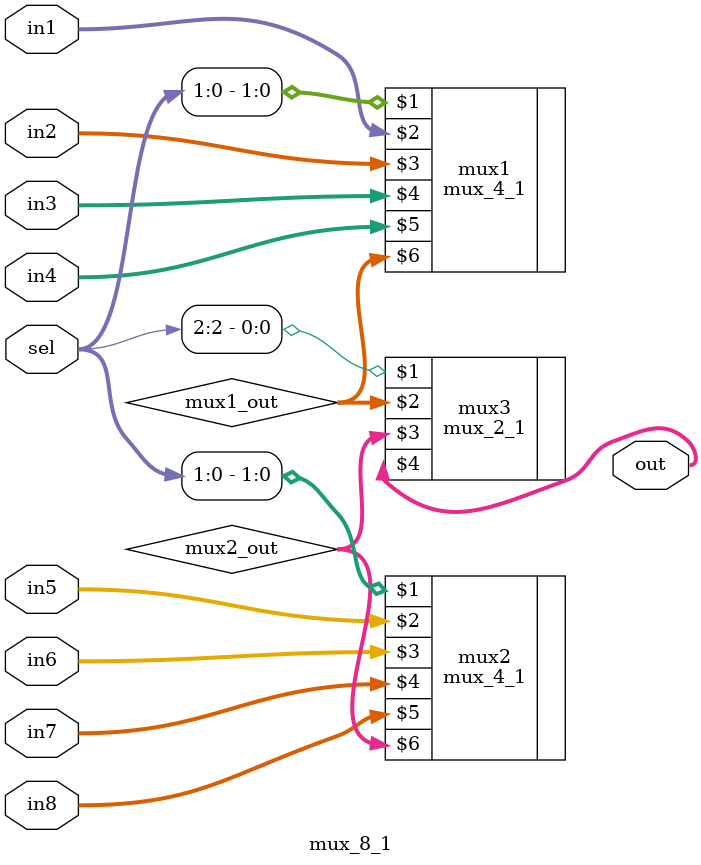
<source format=v>
module mux_8_1 #(parameter SIZE = 16)
(
 input[2:0] sel,
 input [SIZE-1:0] in1,
 input [SIZE-1:0] in2,
 input [SIZE-1:0] in3,
 input [SIZE-1:0] in4,
 input [SIZE-1:0] in5,
 input [SIZE-1:0] in6,
 input [SIZE-1:0] in7,
 input [SIZE-1:0] in8,
 output [SIZE-1:0] out
);
wire [SIZE-1:0] mux1_out, mux2_out;
mux_4_1 #(.SIZE(SIZE)) mux1      (sel[1:0],in1,in2,in3,in4,mux1_out);
mux_4_1 #(.SIZE(SIZE)) mux2      (sel[1:0],in5,in6,in7,in8,mux2_out);
mux_2_1 #(.SIZE(SIZE)) mux3      (sel[2],mux1_out,mux2_out,out);

endmodule
</source>
